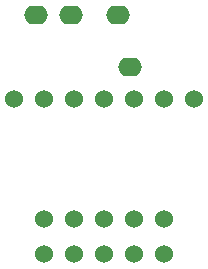
<source format=gts>
G04 #@! TF.GenerationSoftware,KiCad,Pcbnew,9.0.2*
G04 #@! TF.CreationDate,2025-07-09T02:52:23-04:00*
G04 #@! TF.ProjectId,FBT,4642542e-6b69-4636-9164-5f7063625858,rev?*
G04 #@! TF.SameCoordinates,Original*
G04 #@! TF.FileFunction,Soldermask,Top*
G04 #@! TF.FilePolarity,Negative*
%FSLAX46Y46*%
G04 Gerber Fmt 4.6, Leading zero omitted, Abs format (unit mm)*
G04 Created by KiCad (PCBNEW 9.0.2) date 2025-07-09 02:52:23*
%MOMM*%
%LPD*%
G01*
G04 APERTURE LIST*
%ADD10O,2.000000X1.600000*%
%ADD11C,1.524000*%
G04 APERTURE END LIST*
D10*
X175850000Y-111000000D03*
X171850000Y-111000000D03*
X168850000Y-111000000D03*
X176850000Y-115400000D03*
D11*
X182260000Y-118100000D03*
X179720000Y-118100000D03*
X177180000Y-118100000D03*
X174640000Y-118100000D03*
X172100000Y-118100000D03*
X169560000Y-118100000D03*
X167020000Y-118100000D03*
X169560000Y-128260000D03*
X172100000Y-128260000D03*
X174640000Y-128260000D03*
X177180000Y-128260000D03*
X179720000Y-128260000D03*
X179720000Y-131180000D03*
X177180000Y-131180000D03*
X174640000Y-131180000D03*
X172100000Y-131180000D03*
X169560000Y-131180000D03*
M02*

</source>
